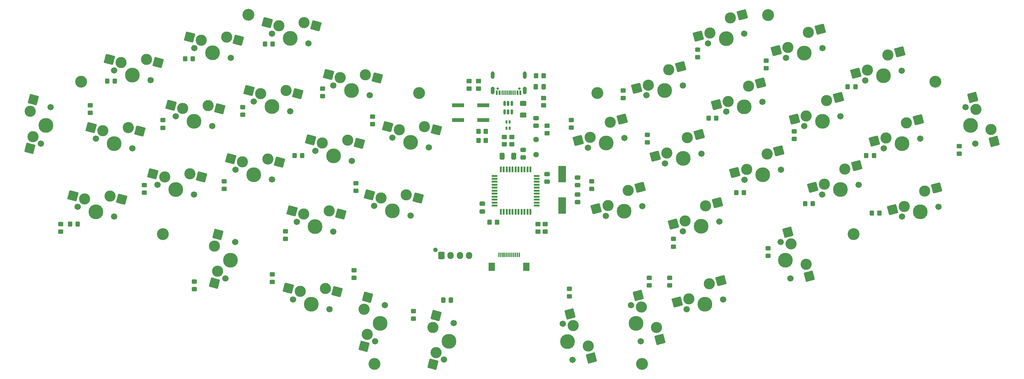
<source format=gbr>
%TF.GenerationSoftware,KiCad,Pcbnew,7.0.8*%
%TF.CreationDate,2023-10-18T22:01:13+02:00*%
%TF.ProjectId,acacia-2,61636163-6961-42d3-922e-6b696361645f,rev?*%
%TF.SameCoordinates,Original*%
%TF.FileFunction,Soldermask,Bot*%
%TF.FilePolarity,Negative*%
%FSLAX46Y46*%
G04 Gerber Fmt 4.6, Leading zero omitted, Abs format (unit mm)*
G04 Created by KiCad (PCBNEW 7.0.8) date 2023-10-18 22:01:13*
%MOMM*%
%LPD*%
G01*
G04 APERTURE LIST*
G04 Aperture macros list*
%AMRoundRect*
0 Rectangle with rounded corners*
0 $1 Rounding radius*
0 $2 $3 $4 $5 $6 $7 $8 $9 X,Y pos of 4 corners*
0 Add a 4 corners polygon primitive as box body*
4,1,4,$2,$3,$4,$5,$6,$7,$8,$9,$2,$3,0*
0 Add four circle primitives for the rounded corners*
1,1,$1+$1,$2,$3*
1,1,$1+$1,$4,$5*
1,1,$1+$1,$6,$7*
1,1,$1+$1,$8,$9*
0 Add four rect primitives between the rounded corners*
20,1,$1+$1,$2,$3,$4,$5,0*
20,1,$1+$1,$4,$5,$6,$7,0*
20,1,$1+$1,$6,$7,$8,$9,0*
20,1,$1+$1,$8,$9,$2,$3,0*%
G04 Aperture macros list end*
%ADD10C,1.701800*%
%ADD11C,3.000000*%
%ADD12C,3.987800*%
%ADD13RoundRect,0.200000X-0.766610X-1.292453X1.310130X-0.735992X0.766610X1.292453X-1.310130X0.735992X0*%
%ADD14RoundRect,0.200000X-1.310130X-0.735992X0.766610X-1.292453X1.310130X0.735992X-0.766610X1.292453X0*%
%ADD15RoundRect,0.200000X-1.292453X0.766610X-0.735992X-1.310130X1.292453X-0.766610X0.735992X1.310130X0*%
%ADD16RoundRect,0.200000X0.735992X-1.310130X1.292453X0.766610X-0.735992X1.310130X-1.292453X-0.766610X0*%
%ADD17C,1.250000*%
%ADD18RoundRect,0.250000X-0.600000X-0.725000X0.600000X-0.725000X0.600000X0.725000X-0.600000X0.725000X0*%
%ADD19O,1.700000X1.950000*%
%ADD20RoundRect,0.250000X0.325000X0.450000X-0.325000X0.450000X-0.325000X-0.450000X0.325000X-0.450000X0*%
%ADD21R,2.000000X4.500000*%
%ADD22RoundRect,0.250000X-0.450000X0.325000X-0.450000X-0.325000X0.450000X-0.325000X0.450000X0.325000X0*%
%ADD23RoundRect,0.250000X-0.450000X0.350000X-0.450000X-0.350000X0.450000X-0.350000X0.450000X0.350000X0*%
%ADD24RoundRect,0.025500X-0.229500X-0.354500X0.229500X-0.354500X0.229500X0.354500X-0.229500X0.354500X0*%
%ADD25RoundRect,0.250000X0.450000X-0.325000X0.450000X0.325000X-0.450000X0.325000X-0.450000X-0.325000X0*%
%ADD26RoundRect,0.250000X0.475000X-0.337500X0.475000X0.337500X-0.475000X0.337500X-0.475000X-0.337500X0*%
%ADD27RoundRect,0.250000X-0.325000X-0.450000X0.325000X-0.450000X0.325000X0.450000X-0.325000X0.450000X0*%
%ADD28RoundRect,0.250000X0.337500X0.475000X-0.337500X0.475000X-0.337500X-0.475000X0.337500X-0.475000X0*%
%ADD29C,3.200000*%
%ADD30R,3.200000X1.000000*%
%ADD31RoundRect,0.250000X0.350000X0.450000X-0.350000X0.450000X-0.350000X-0.450000X0.350000X-0.450000X0*%
%ADD32RoundRect,0.250000X-0.475000X0.337500X-0.475000X-0.337500X0.475000X-0.337500X0.475000X0.337500X0*%
%ADD33RoundRect,0.250000X-0.412500X-0.650000X0.412500X-0.650000X0.412500X0.650000X-0.412500X0.650000X0*%
%ADD34RoundRect,0.250000X0.450000X-0.350000X0.450000X0.350000X-0.450000X0.350000X-0.450000X-0.350000X0*%
%ADD35R,0.550000X1.500000*%
%ADD36R,1.500000X0.550000*%
%ADD37RoundRect,0.150000X-0.150000X0.512500X-0.150000X-0.512500X0.150000X-0.512500X0.150000X0.512500X0*%
%ADD38C,0.650000*%
%ADD39R,0.600000X1.150000*%
%ADD40R,0.300000X1.150000*%
%ADD41O,1.050000X2.100000*%
%ADD42O,1.000000X2.000000*%
%ADD43C,1.500000*%
%ADD44R,0.300000X1.300000*%
%ADD45R,1.800000X2.200000*%
%ADD46RoundRect,0.250000X-0.350000X-0.450000X0.350000X-0.450000X0.350000X0.450000X-0.350000X0.450000X0*%
%ADD47RoundRect,0.250000X-0.625000X0.400000X-0.625000X-0.400000X0.625000X-0.400000X0.625000X0.400000X0*%
G04 APERTURE END LIST*
D10*
%TO.C,SW18*%
X216193097Y-59214801D03*
D11*
X216762422Y-56432649D03*
D12*
X221100000Y-57900000D03*
D11*
X222238651Y-52335696D03*
D10*
X226006903Y-56585199D03*
D13*
X213599015Y-57280281D03*
X225428138Y-51481076D03*
%TD*%
D10*
%TO.C,SW5*%
X126293097Y-66185199D03*
D11*
X128177223Y-64060448D03*
D12*
X131200000Y-67500000D03*
D11*
X134968252Y-63250497D03*
D10*
X136106903Y-68814801D03*
D14*
X125013816Y-63212815D03*
X138157739Y-64105118D03*
%TD*%
D10*
%TO.C,SW10*%
X253693097Y-50814801D03*
D11*
X254262422Y-48032649D03*
D12*
X258600000Y-49500000D03*
D11*
X259738651Y-43935696D03*
D10*
X263506903Y-48185199D03*
D13*
X251099015Y-48880281D03*
X262928138Y-43081076D03*
%TD*%
D10*
%TO.C,SW9*%
X232286194Y-44729602D03*
D11*
X232855519Y-41947450D03*
D12*
X237193097Y-43414801D03*
D11*
X238331748Y-37850497D03*
D10*
X242100000Y-42100000D03*
D13*
X229692112Y-42795082D03*
X241521235Y-36995877D03*
%TD*%
D10*
%TO.C,SW24*%
X84086194Y-74870398D03*
D11*
X85970320Y-72745647D03*
D12*
X88993097Y-76185199D03*
D11*
X92761349Y-71935696D03*
D10*
X93900000Y-77500000D03*
D14*
X82806913Y-71898014D03*
X95950836Y-72790317D03*
%TD*%
D10*
%TO.C,SW28*%
X204586194Y-91429602D03*
D11*
X205155519Y-88647450D03*
D12*
X209493097Y-90114801D03*
D11*
X210631748Y-84550497D03*
D10*
X214400000Y-88800000D03*
D13*
X201992112Y-89495082D03*
X213821235Y-83695877D03*
%TD*%
D10*
%TO.C,SW39*%
X280670398Y-57986194D03*
D11*
X283452550Y-58555519D03*
D12*
X281985199Y-62893097D03*
D11*
X287549503Y-64031748D03*
D10*
X283300000Y-67800000D03*
D15*
X282604918Y-55392112D03*
X288404123Y-67221235D03*
%TD*%
D10*
%TO.C,SW2*%
X72986194Y-42070398D03*
D11*
X74870320Y-39945647D03*
D12*
X77893097Y-43385199D03*
D11*
X81661349Y-39135696D03*
D10*
X82800000Y-44700000D03*
D14*
X71706913Y-39098014D03*
X84850836Y-39990317D03*
%TD*%
D10*
%TO.C,SW25*%
X100586194Y-88870398D03*
D11*
X102470320Y-86745647D03*
D12*
X105493097Y-90185199D03*
D11*
X109261349Y-85935696D03*
D10*
X110400000Y-91500000D03*
D14*
X99306913Y-85898014D03*
X112450836Y-86790317D03*
%TD*%
D10*
%TO.C,SW36*%
X172185199Y-116293097D03*
D11*
X174967351Y-116862422D03*
D12*
X173500000Y-121200000D03*
D11*
X179064304Y-122338651D03*
D10*
X174814801Y-126106903D03*
D15*
X174119719Y-113699015D03*
X179918924Y-125528138D03*
%TD*%
D10*
%TO.C,SW23*%
X63093097Y-78885199D03*
D11*
X64977223Y-76760448D03*
D12*
X68000000Y-80200000D03*
D11*
X71768252Y-75950497D03*
D10*
X72906903Y-81514801D03*
D14*
X61813816Y-75912815D03*
X74957739Y-76805118D03*
%TD*%
D10*
%TO.C,SW32*%
X31685199Y-67813806D03*
D11*
X29560448Y-65929680D03*
D12*
X33000000Y-62906903D03*
D11*
X28750497Y-59138651D03*
D10*
X34314801Y-58000000D03*
D16*
X28712815Y-69093087D03*
X29605118Y-55949164D03*
%TD*%
D10*
%TO.C,SW26*%
X121670398Y-121113806D03*
D11*
X119545647Y-119229680D03*
D12*
X122985199Y-116206903D03*
D11*
X118735696Y-112438651D03*
D10*
X124300000Y-111300000D03*
D16*
X118698014Y-122393087D03*
X119590317Y-109249164D03*
%TD*%
D10*
%TO.C,SW15*%
X121393097Y-84585199D03*
D11*
X123277223Y-82460448D03*
D12*
X126300000Y-85900000D03*
D11*
X130068252Y-81650497D03*
D10*
X131206903Y-87214801D03*
D14*
X120113816Y-81612815D03*
X133257739Y-82505118D03*
%TD*%
D10*
%TO.C,SW16*%
X183793097Y-87314801D03*
D11*
X184362422Y-84532649D03*
D12*
X188700000Y-86000000D03*
D11*
X189838651Y-80435696D03*
D10*
X193606903Y-84685199D03*
D13*
X181199015Y-85380281D03*
X193028138Y-79581076D03*
%TD*%
D10*
%TO.C,SW37*%
X205586194Y-112429602D03*
D11*
X206155519Y-109647450D03*
D12*
X210493097Y-111114801D03*
D11*
X211631748Y-105550497D03*
D10*
X215400000Y-109800000D03*
D13*
X202992112Y-110495082D03*
X214821235Y-104695877D03*
%TD*%
D10*
%TO.C,SW12*%
X67993097Y-60485199D03*
D11*
X69877223Y-58360448D03*
D12*
X72900000Y-61800000D03*
D11*
X76668252Y-57550497D03*
D10*
X77806903Y-63114801D03*
D14*
X66713816Y-57512815D03*
X79857739Y-58405118D03*
%TD*%
D10*
%TO.C,SW31*%
X263600000Y-87500000D03*
D11*
X264169325Y-84717848D03*
D12*
X268506903Y-86185199D03*
D11*
X269645554Y-80620895D03*
D10*
X273413806Y-84870398D03*
D13*
X261005918Y-85565480D03*
X272835041Y-79766275D03*
%TD*%
D10*
%TO.C,SW7*%
X194693097Y-54814801D03*
D11*
X195262422Y-52032649D03*
D12*
X199600000Y-53500000D03*
D11*
X200738651Y-47935696D03*
D10*
X204506903Y-52185199D03*
D13*
X192099015Y-52880281D03*
X203928138Y-47081076D03*
%TD*%
D10*
%TO.C,SW35*%
X140200000Y-126000000D03*
D11*
X138075249Y-124115874D03*
D12*
X141514801Y-121093097D03*
D11*
X137265298Y-117324845D03*
D10*
X142829602Y-116186194D03*
D16*
X137227616Y-127279281D03*
X138119919Y-114135358D03*
%TD*%
D10*
%TO.C,SW4*%
X110393097Y-52185199D03*
D11*
X112277223Y-50060448D03*
D12*
X115300000Y-53500000D03*
D11*
X119068252Y-49250497D03*
D10*
X120206903Y-54814801D03*
D14*
X109113816Y-49212815D03*
X122257739Y-50105118D03*
%TD*%
%TO.C,SW34*%
X111450836Y-107690317D03*
X98306913Y-106798014D03*
D10*
X109400000Y-112400000D03*
D11*
X108261349Y-106835696D03*
D12*
X104493097Y-111085199D03*
D11*
X101470320Y-107645647D03*
D10*
X99586194Y-109770398D03*
%TD*%
%TO.C,SW22*%
X41586194Y-84870398D03*
D11*
X43470320Y-82745647D03*
D12*
X46493097Y-86185199D03*
D11*
X50261349Y-81935696D03*
D10*
X51400000Y-87500000D03*
D14*
X40306913Y-81898014D03*
X53450836Y-82790317D03*
%TD*%
D10*
%TO.C,SW6*%
X178986194Y-68929602D03*
D11*
X179555519Y-66147450D03*
D12*
X183893097Y-67614801D03*
D11*
X185031748Y-62050497D03*
D10*
X188800000Y-66300000D03*
D13*
X176392112Y-66995082D03*
X188221235Y-61195877D03*
%TD*%
D10*
%TO.C,SW8*%
X211286194Y-40829602D03*
D11*
X211855519Y-38047450D03*
D12*
X216193097Y-39514801D03*
D11*
X217331748Y-33950497D03*
D10*
X221100000Y-38200000D03*
D13*
X208692112Y-38895082D03*
X220521235Y-33095877D03*
%TD*%
D10*
%TO.C,SW13*%
X88986194Y-56470398D03*
D11*
X90870320Y-54345647D03*
D12*
X93893097Y-57785199D03*
D11*
X97661349Y-53535696D03*
D10*
X98800000Y-59100000D03*
D14*
X87706913Y-53498014D03*
X100850836Y-54390317D03*
%TD*%
D10*
%TO.C,SW17*%
X199693097Y-73114801D03*
D11*
X200262422Y-70332649D03*
D12*
X204600000Y-71800000D03*
D11*
X205738651Y-66235696D03*
D10*
X209506903Y-70485199D03*
D13*
X197099015Y-71180281D03*
X208928138Y-65381076D03*
%TD*%
D10*
%TO.C,SW1*%
X51393097Y-48085199D03*
D11*
X53277223Y-45960448D03*
D12*
X56300000Y-49400000D03*
D11*
X60068252Y-45150497D03*
D10*
X61206903Y-50714801D03*
D14*
X50113816Y-45112815D03*
X63257739Y-46005118D03*
%TD*%
D10*
%TO.C,SW19*%
X237193097Y-63114801D03*
D11*
X237762422Y-60332649D03*
D12*
X242100000Y-61800000D03*
D11*
X243238651Y-56235696D03*
D10*
X247006903Y-60485199D03*
D13*
X234599015Y-61180281D03*
X246428138Y-55381076D03*
%TD*%
D10*
%TO.C,SW20*%
X258693097Y-69114801D03*
D11*
X259262422Y-66332649D03*
D12*
X263600000Y-67800000D03*
D11*
X264738651Y-62235696D03*
D10*
X268506903Y-66485199D03*
D13*
X256099015Y-67180281D03*
X267928138Y-61381076D03*
%TD*%
D10*
%TO.C,SW11*%
X46486194Y-66470398D03*
D11*
X48370320Y-64345647D03*
D12*
X51393097Y-67785199D03*
D11*
X55161349Y-63535696D03*
D10*
X56300000Y-69100000D03*
D14*
X45206913Y-63498014D03*
X58350836Y-64390317D03*
%TD*%
D10*
%TO.C,SW33*%
X81370398Y-104113806D03*
D11*
X79245647Y-102229680D03*
D12*
X82685199Y-99206903D03*
D11*
X78435696Y-95438651D03*
D10*
X84000000Y-94300000D03*
D16*
X78398014Y-105393087D03*
X79290317Y-92249164D03*
%TD*%
D10*
%TO.C,SW27*%
X190600000Y-111300000D03*
D11*
X193382152Y-111869325D03*
D12*
X191914801Y-116206903D03*
D11*
X197479105Y-117345554D03*
D10*
X193229602Y-121113806D03*
D15*
X192534520Y-108705918D03*
X198333725Y-120535041D03*
%TD*%
D10*
%TO.C,SW30*%
X242093097Y-81514801D03*
D11*
X242662422Y-78732649D03*
D12*
X247000000Y-80200000D03*
D11*
X248138651Y-74635696D03*
D10*
X251906903Y-78885199D03*
D13*
X239499015Y-79580281D03*
X251328138Y-73781076D03*
%TD*%
D10*
%TO.C,SW3*%
X93886194Y-38170398D03*
D11*
X95770320Y-36045647D03*
D12*
X98793097Y-39485199D03*
D11*
X102561349Y-35235696D03*
D10*
X103700000Y-40800000D03*
D14*
X92606913Y-35198014D03*
X105750836Y-36090317D03*
%TD*%
D10*
%TO.C,SW29*%
X221153097Y-77514801D03*
D11*
X221722422Y-74732649D03*
D12*
X226060000Y-76200000D03*
D11*
X227198651Y-70635696D03*
D10*
X230966903Y-74885199D03*
D13*
X218559015Y-75580281D03*
X230388138Y-69781076D03*
%TD*%
D10*
%TO.C,SW14*%
X105583097Y-69805199D03*
D11*
X107467223Y-67680448D03*
D12*
X110490000Y-71120000D03*
D11*
X114258252Y-66870497D03*
D10*
X115396903Y-72434801D03*
D14*
X104303816Y-66832815D03*
X117447739Y-67725118D03*
%TD*%
D17*
%TO.C,J1*%
X137900000Y-96400000D03*
D18*
X139500000Y-98000000D03*
D19*
X142000000Y-98000000D03*
X144500000Y-98000000D03*
X147000000Y-98000000D03*
%TD*%
D10*
%TO.C,SW38*%
X230870398Y-94286194D03*
D11*
X233652550Y-94855519D03*
D12*
X232185199Y-99193097D03*
D11*
X237749503Y-100331748D03*
D10*
X233500000Y-104100000D03*
D15*
X232804918Y-91692112D03*
X238604123Y-103521235D03*
%TD*%
D20*
%TO.C,D21*%
X41550000Y-89500000D03*
X39500000Y-89500000D03*
%TD*%
D21*
%TO.C,Y1*%
X172000000Y-84500000D03*
X172000000Y-76000000D03*
%TD*%
D22*
%TO.C,D6*%
X174500000Y-61450000D03*
X174500000Y-63500000D03*
%TD*%
D23*
%TO.C,R6*%
X147000000Y-51000000D03*
X147000000Y-53000000D03*
%TD*%
D24*
%TO.C,FL1*%
X157065000Y-63670000D03*
X157065000Y-62000000D03*
X157935000Y-62000000D03*
X157935000Y-63670000D03*
%TD*%
D25*
%TO.C,D31*%
X37000000Y-91550000D03*
X37000000Y-89500000D03*
%TD*%
D26*
%TO.C,C5*%
X161500000Y-71575000D03*
X161500000Y-69500000D03*
%TD*%
D23*
%TO.C,R7*%
X149500000Y-51000000D03*
X149500000Y-53000000D03*
%TD*%
D27*
%TO.C,D14*%
X99950000Y-71000000D03*
X102000000Y-71000000D03*
%TD*%
D22*
%TO.C,D25*%
X116000000Y-101950000D03*
X116000000Y-104000000D03*
%TD*%
%TO.C,D35*%
X174000000Y-106950000D03*
X174000000Y-109000000D03*
%TD*%
D28*
%TO.C,C6*%
X142075000Y-110000000D03*
X140000000Y-110000000D03*
%TD*%
D29*
%TO.C,H2*%
X250500000Y-92200000D03*
%TD*%
D22*
%TO.C,D17*%
X195000000Y-65450000D03*
X195000000Y-67500000D03*
%TD*%
D25*
%TO.C,D27*%
X202000000Y-95550000D03*
X202000000Y-93500000D03*
%TD*%
D30*
%TO.C,SW21*%
X150800000Y-57500000D03*
X144000000Y-57500000D03*
X150800000Y-61500000D03*
X144000000Y-61500000D03*
%TD*%
D22*
%TO.C,D34*%
X132000000Y-112950000D03*
X132000000Y-115000000D03*
%TD*%
D26*
%TO.C,C9*%
X150500000Y-86075000D03*
X150500000Y-84000000D03*
%TD*%
D22*
%TO.C,D11*%
X44950000Y-57450000D03*
X44950000Y-59500000D03*
%TD*%
D25*
%TO.C,D13*%
X86000000Y-60050000D03*
X86000000Y-58000000D03*
%TD*%
D20*
%TO.C,D1*%
X51550000Y-51000000D03*
X49500000Y-51000000D03*
%TD*%
D23*
%TO.C,FB1*%
X168000000Y-63000000D03*
X168000000Y-65000000D03*
%TD*%
D27*
%TO.C,D10*%
X248950000Y-52500000D03*
X251000000Y-52500000D03*
%TD*%
D22*
%TO.C,D15*%
X116500000Y-78450000D03*
X116500000Y-80500000D03*
%TD*%
D31*
%TO.C,R5*%
X154500000Y-89000000D03*
X152500000Y-89000000D03*
%TD*%
%TO.C,R10*%
X167000000Y-49500000D03*
X165000000Y-49500000D03*
%TD*%
D25*
%TO.C,D37*%
X227500000Y-98050000D03*
X227500000Y-96000000D03*
%TD*%
D29*
%TO.C,H8*%
X87500000Y-33100000D03*
%TD*%
D32*
%TO.C,C3*%
X176200000Y-81500000D03*
X176200000Y-83575000D03*
%TD*%
D33*
%TO.C,C1*%
X155875000Y-71200000D03*
X159000000Y-71200000D03*
%TD*%
D29*
%TO.C,H3*%
X227500000Y-33200000D03*
%TD*%
D25*
%TO.C,D19*%
X234500000Y-66550000D03*
X234500000Y-64500000D03*
%TD*%
D26*
%TO.C,C4*%
X176200000Y-79000000D03*
X176200000Y-76925000D03*
%TD*%
D28*
%TO.C,C8*%
X167037500Y-52500000D03*
X164962500Y-52500000D03*
%TD*%
D20*
%TO.C,D2*%
X72550000Y-45000000D03*
X70500000Y-45000000D03*
%TD*%
D29*
%TO.C,H10*%
X42500000Y-51100000D03*
%TD*%
D25*
%TO.C,D7*%
X188500000Y-55550000D03*
X188500000Y-53500000D03*
%TD*%
D29*
%TO.C,H5*%
X181500000Y-54200000D03*
%TD*%
D32*
%TO.C,C7*%
X165000000Y-60925000D03*
X165000000Y-63000000D03*
%TD*%
%TO.C,C2*%
X168000000Y-76000000D03*
X168000000Y-78075000D03*
%TD*%
D23*
%TO.C,R8*%
X158500000Y-66000000D03*
X158500000Y-68000000D03*
%TD*%
D25*
%TO.C,D22*%
X59500000Y-81050000D03*
X59500000Y-79000000D03*
%TD*%
D34*
%TO.C,FB2*%
X167000000Y-57500000D03*
X167000000Y-55500000D03*
%TD*%
D31*
%TO.C,R1*%
X151500000Y-64500000D03*
X149500000Y-64500000D03*
%TD*%
D22*
%TO.C,D36*%
X201000000Y-103950000D03*
X201000000Y-106000000D03*
%TD*%
D29*
%TO.C,H6*%
X133500000Y-54200000D03*
%TD*%
%TO.C,H1*%
X272500000Y-51100000D03*
%TD*%
D25*
%TO.C,D9*%
X227000000Y-47525000D03*
X227000000Y-45475000D03*
%TD*%
%TO.C,D24*%
X97500000Y-93500000D03*
X97500000Y-91450000D03*
%TD*%
D20*
%TO.C,D29*%
X239550000Y-84000000D03*
X237500000Y-84000000D03*
%TD*%
D23*
%TO.C,R9*%
X156500000Y-66000000D03*
X156500000Y-68000000D03*
%TD*%
D27*
%TO.C,D18*%
X211450000Y-61000000D03*
X213500000Y-61000000D03*
%TD*%
D35*
%TO.C,U1*%
X155500000Y-74800000D03*
X156300000Y-74800000D03*
X157100000Y-74800000D03*
X157900000Y-74800000D03*
X158700000Y-74800000D03*
X159500000Y-74800000D03*
X160300000Y-74800000D03*
X161100000Y-74800000D03*
X161900000Y-74800000D03*
X162700000Y-74800000D03*
X163500000Y-74800000D03*
D36*
X165200000Y-76500000D03*
X165200000Y-77300000D03*
X165200000Y-78100000D03*
X165200000Y-78900000D03*
X165200000Y-79700000D03*
X165200000Y-80500000D03*
X165200000Y-81300000D03*
X165200000Y-82100000D03*
X165200000Y-82900000D03*
X165200000Y-83700000D03*
X165200000Y-84500000D03*
D35*
X163500000Y-86200000D03*
X162700000Y-86200000D03*
X161900000Y-86200000D03*
X161100000Y-86200000D03*
X160300000Y-86200000D03*
X159500000Y-86200000D03*
X158700000Y-86200000D03*
X157900000Y-86200000D03*
X157100000Y-86200000D03*
X156300000Y-86200000D03*
X155500000Y-86200000D03*
D36*
X153800000Y-84500000D03*
X153800000Y-83700000D03*
X153800000Y-82900000D03*
X153800000Y-82100000D03*
X153800000Y-81300000D03*
X153800000Y-80500000D03*
X153800000Y-79700000D03*
X153800000Y-78900000D03*
X153800000Y-78100000D03*
X153800000Y-77300000D03*
X153800000Y-76500000D03*
%TD*%
D22*
%TO.C,D16*%
X180000000Y-77950000D03*
X180000000Y-80000000D03*
%TD*%
%TO.C,D33*%
X94000000Y-103000000D03*
X94000000Y-105050000D03*
%TD*%
D37*
%TO.C,U2*%
X156550000Y-57000000D03*
X157500000Y-57000000D03*
X158450000Y-57000000D03*
X158450000Y-59275000D03*
X157500000Y-59275000D03*
X156550000Y-59275000D03*
%TD*%
D38*
%TO.C,J3*%
X154720000Y-53000000D03*
X160500000Y-53000000D03*
D39*
X154410000Y-54075000D03*
X155210000Y-54075000D03*
D40*
X156360000Y-54075000D03*
X157360000Y-54075000D03*
X157860000Y-54075000D03*
X158860000Y-54075000D03*
D39*
X160010000Y-54075000D03*
X160810000Y-54075000D03*
D40*
X159360000Y-54075000D03*
X158360000Y-54075000D03*
X156860000Y-54075000D03*
X155860000Y-54075000D03*
D41*
X153290000Y-53500000D03*
D42*
X153290000Y-49320000D03*
X161930000Y-49320000D03*
D41*
X161930000Y-53500000D03*
%TD*%
D20*
%TO.C,D3*%
X94050000Y-41000000D03*
X92000000Y-41000000D03*
%TD*%
D29*
%TO.C,H9*%
X64500000Y-92200000D03*
%TD*%
D25*
%TO.C,D38*%
X279000000Y-70550000D03*
X279000000Y-68500000D03*
%TD*%
%TO.C,D4*%
X107500000Y-55050000D03*
X107500000Y-53000000D03*
%TD*%
D27*
%TO.C,D20*%
X253950000Y-71000000D03*
X256000000Y-71000000D03*
%TD*%
D23*
%TO.C,R3*%
X167500000Y-89500000D03*
X167500000Y-91500000D03*
%TD*%
D22*
%TO.C,D5*%
X121000000Y-60500000D03*
X121000000Y-62550000D03*
%TD*%
D25*
%TO.C,D32*%
X73000000Y-107025000D03*
X73000000Y-104975000D03*
%TD*%
%TO.C,D23*%
X81000000Y-80050000D03*
X81000000Y-78000000D03*
%TD*%
D43*
%TO.C,TP2*%
X165000000Y-70750000D03*
%TD*%
D44*
%TO.C,J2*%
X160500000Y-97750000D03*
X160000000Y-97750000D03*
X159500000Y-97750000D03*
X159000000Y-97750000D03*
X158500000Y-97750000D03*
X158000000Y-97750000D03*
X157500000Y-97750000D03*
X157000000Y-97750000D03*
X156500000Y-97750000D03*
X156000000Y-97750000D03*
X155500000Y-97750000D03*
X155000000Y-97750000D03*
D45*
X162400000Y-101000000D03*
X153100000Y-101000000D03*
%TD*%
D20*
%TO.C,D28*%
X221000000Y-81000000D03*
X218950000Y-81000000D03*
%TD*%
D27*
%TO.C,D30*%
X255450000Y-86500000D03*
X257500000Y-86500000D03*
%TD*%
D46*
%TO.C,R2*%
X149500000Y-67000000D03*
X151500000Y-67000000D03*
%TD*%
D29*
%TO.C,H7*%
X121500000Y-127200000D03*
%TD*%
D25*
%TO.C,D8*%
X208500000Y-44550000D03*
X208500000Y-42500000D03*
%TD*%
D43*
%TO.C,TP1*%
X165000000Y-66750000D03*
%TD*%
D23*
%TO.C,R4*%
X165500000Y-89500000D03*
X165500000Y-91500000D03*
%TD*%
D25*
%TO.C,D12*%
X64500000Y-63550000D03*
X64500000Y-61500000D03*
%TD*%
D22*
%TO.C,D26*%
X195500000Y-103950000D03*
X195500000Y-106000000D03*
%TD*%
D29*
%TO.C,H4*%
X193500000Y-127200000D03*
%TD*%
D47*
%TO.C,F1*%
X161500000Y-57000000D03*
X161500000Y-60100000D03*
%TD*%
M02*

</source>
